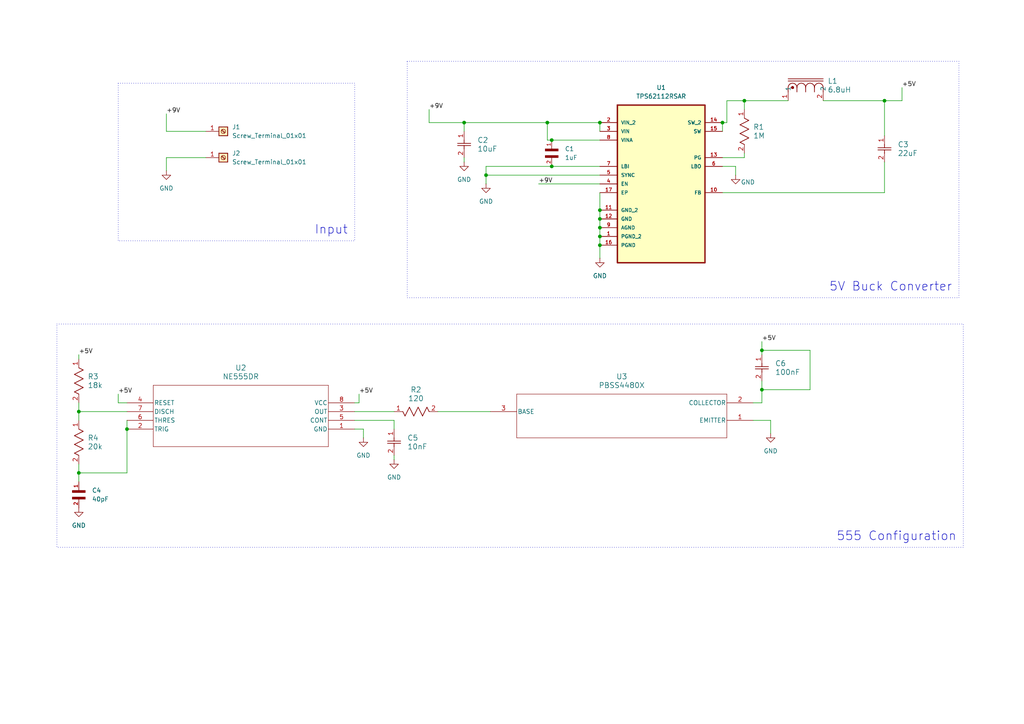
<source format=kicad_sch>
(kicad_sch (version 20231120) (generator "eeschema") (generator_version "8.0")
  (paper "A4")
  (lib_symbols
    (symbol "C3225X5R1E106K250AA:C3225X5R1E106K250AA" (pin_names (offset 0.254))
      (property "Reference" "C" (at 3.81 3.81 0))
      (property "Value" "C3225X5R1E106K250AA" (at 3.81 -3.81 0))
      (symbol "C3225X5R1E106K250AA_1_1"
        (polyline (pts (xy 2.54 0) (xy 3.4798 0)) (stroke (width 0.2032)))
        (polyline (pts (xy 3.4798 -1.905) (xy 3.4798 1.905)) (stroke (width 0.2032)))
        (polyline (pts (xy 4.1148 -1.905) (xy 4.1148 1.905)) (stroke (width 0.2032)))
        (polyline (pts (xy 4.1148 0) (xy 5.08 0)) (stroke (width 0.2032)))
        (pin unspecified line (at 0 0 0) (length 2.54) (name "") (number "1"))
        (pin unspecified line (at 7.62 0 180) (length 2.54) (name "") (number "2"))
      )
      (symbol "C3225X5R1E106K250AA_1_2"
        (polyline (pts (xy -1.905 -4.1148) (xy 1.905 -4.1148)) (stroke (width 0.2032)))
        (polyline (pts (xy -1.905 -3.4798) (xy 1.905 -3.4798)) (stroke (width 0.2032)))
        (polyline (pts (xy 0 -4.1148) (xy 0 -5.08)) (stroke (width 0.2032)))
        (polyline (pts (xy 0 -2.54) (xy 0 -3.4798)) (stroke (width 0.2032)))
        (pin unspecified line (at 0 0 270) (length 2.54) (name "") (number "1"))
        (pin unspecified line (at 0 -7.62 90) (length 2.54) (name "") (number "2"))
      )
    )
    (symbol "C3225X7R1C226M250AC:C3225X7R1C226M250AC" (pin_names (offset 0.254))
      (property "Reference" "C" (at 3.81 3.81 0))
      (property "Value" "C3225X7R1C226M250AC" (at 3.81 -3.81 0))
      (symbol "C3225X7R1C226M250AC_1_1"
        (polyline (pts (xy 2.54 0) (xy 3.4798 0)) (stroke (width 0.2032)))
        (polyline (pts (xy 3.4798 -1.905) (xy 3.4798 1.905)) (stroke (width 0.2032)))
        (polyline (pts (xy 4.1148 -1.905) (xy 4.1148 1.905)) (stroke (width 0.2032)))
        (polyline (pts (xy 4.1148 0) (xy 5.08 0)) (stroke (width 0.2032)))
        (pin unspecified line (at 0 0 0) (length 2.54) (name "") (number "1"))
        (pin unspecified line (at 7.62 0 180) (length 2.54) (name "") (number "2"))
      )
      (symbol "C3225X7R1C226M250AC_1_2"
        (polyline (pts (xy -1.905 -4.1148) (xy 1.905 -4.1148)) (stroke (width 0.2032)))
        (polyline (pts (xy -1.905 -3.4798) (xy 1.905 -3.4798)) (stroke (width 0.2032)))
        (polyline (pts (xy 0 -4.1148) (xy 0 -5.08)) (stroke (width 0.2032)))
        (polyline (pts (xy 0 -2.54) (xy 0 -3.4798)) (stroke (width 0.2032)))
        (pin unspecified line (at 0 0 270) (length 2.54) (name "") (number "1"))
        (pin unspecified line (at 0 -7.62 90) (length 2.54) (name "") (number "2"))
      )
    )
    (symbol "Connector:Screw_Terminal_01x01" (pin_names (offset 1.016) hide)
      (property "Reference" "J" (at 0 2.54 0))
      (property "Value" "Screw_Terminal_01x01" (at 0 -2.54 0))
      (symbol "Screw_Terminal_01x01_1_1"
        (rectangle (start -1.27 1.27) (end 1.27 -1.27) (stroke (width 0.254)) (fill (type background)))
        (polyline (pts (xy -0.5334 0.3302) (xy 0.3302 -0.508)) (stroke (width 0.1524)))
        (polyline (pts (xy -0.3556 0.508) (xy 0.508 -0.3302)) (stroke (width 0.1524)))
        (circle (center 0 0) (radius 0.635) (stroke (width 0.1524)))
        (pin passive line (at -5.08 0 0) (length 3.81) (name "Pin_1") (number "1"))
      )
    )
    (symbol "DR125_6R8_R:DR125-6R8-R" (pin_names (offset 0.254))
      (property "Reference" "L" (at 7.62 -1.27 0))
      (property "Value" "DR125-6R8-R" (at 7.62 -4.445 0))
      (symbol "DR125-6R8-R_1_1"
        (polyline (pts (xy 2.54 -10.16) (xy 3.81 -10.16)) (stroke (width 0.2032)))
        (polyline (pts (xy 2.54 -7.62) (xy 3.81 -7.62)) (stroke (width 0.2032)))
        (polyline (pts (xy 2.54 -5.08) (xy 3.81 -5.08)) (stroke (width 0.2032)))
        (polyline (pts (xy 2.54 -2.54) (xy 3.81 -2.54)) (stroke (width 0.2032)))
        (polyline (pts (xy 2.54 0) (xy 3.81 0)) (stroke (width 0.2032)))
        (polyline (pts (xy 3.683 -1.27) (xy 3.81 -1.27)) (stroke (width 0.508)))
        (polyline (pts (xy 5.715 0) (xy 5.715 -10.16)) (stroke (width 0.2032)))
        (polyline (pts (xy 6.35 0) (xy 6.35 -10.16)) (stroke (width 0.2032)))
        (arc (start 3.81 -10.16) (mid 5.0744 -8.89) (end 3.81 -7.62) (stroke (width 0.2032)))
        (arc (start 3.81 -7.62) (mid 5.0744 -6.35) (end 3.81 -5.08) (stroke (width 0.2032)))
        (arc (start 3.81 -5.08) (mid 5.0744 -3.81) (end 3.81 -2.54) (stroke (width 0.2032)))
        (arc (start 3.81 -2.54) (mid 5.0744 -1.27) (end 3.81 0) (stroke (width 0.2032)))
        (arc (start 3.81 -1.524) (mid 4.0628 -1.27) (end 3.81 -1.016) (stroke (width 0.254)))
        (arc (start 3.81 -1.524) (mid 4.0628 -1.27) (end 3.81 -1.016) (stroke (width 0.254)))
        (arc (start 3.81 -1.524) (mid 4.0628 -1.27) (end 3.81 -1.016) (stroke (width 0.254)))
        (arc (start 3.81 -1.524) (mid 4.0628 -1.27) (end 3.81 -1.016) (stroke (width 0.254)))
        (arc (start 3.81 -1.524) (mid 4.0628 -1.27) (end 3.81 -1.016) (stroke (width 0.254)))
        (arc (start 3.81 -1.524) (mid 4.0628 -1.27) (end 3.81 -1.016) (stroke (width 0.254)))
        (arc (start 3.81 -1.524) (mid 4.0628 -1.27) (end 3.81 -1.016) (stroke (width 0.254)))
        (arc (start 3.81 -1.016) (mid 3.5571 -1.27) (end 3.81 -1.524) (stroke (width 0.254)))
        (arc (start 3.81 -1.016) (mid 3.5571 -1.27) (end 3.81 -1.524) (stroke (width 0.254)))
        (arc (start 3.81 -1.016) (mid 3.5571 -1.27) (end 3.81 -1.524) (stroke (width 0.254)))
        (arc (start 3.81 -1.016) (mid 3.5571 -1.27) (end 3.81 -1.524) (stroke (width 0.254)))
        (arc (start 3.81 -1.016) (mid 3.5571 -1.27) (end 3.81 -1.524) (stroke (width 0.254)))
        (arc (start 3.81 -1.016) (mid 3.5571 -1.27) (end 3.81 -1.524) (stroke (width 0.254)))
        (arc (start 3.81 -1.016) (mid 3.5571 -1.27) (end 3.81 -1.524) (stroke (width 0.254)))
        (pin unspecified line (at 0 0 0) (length 2.54) (name "1") (number "1"))
        (pin unspecified line (at 0 -10.16 0) (length 2.54) (name "2") (number "2"))
      )
    )
    (symbol "ERA_3AEB121V:ERA-3AEB121V" (pin_names (offset 0.254))
      (property "Reference" "R" (at 5.715 3.81 0))
      (property "Value" "ERA-3AEB121V" (at 6.35 -3.81 0))
      (symbol "ERA-3AEB121V_1_1"
        (polyline (pts (xy 2.54 0) (xy 3.175 1.27)) (stroke (width 0.2032)))
        (polyline (pts (xy 3.175 1.27) (xy 4.445 -1.27)) (stroke (width 0.2032)))
        (polyline (pts (xy 4.445 -1.27) (xy 5.715 1.27)) (stroke (width 0.2032)))
        (polyline (pts (xy 5.715 1.27) (xy 6.985 -1.27)) (stroke (width 0.2032)))
        (polyline (pts (xy 6.985 -1.27) (xy 8.255 1.27)) (stroke (width 0.2032)))
        (polyline (pts (xy 8.255 1.27) (xy 9.525 -1.27)) (stroke (width 0.2032)))
        (polyline (pts (xy 9.525 -1.27) (xy 10.16 0)) (stroke (width 0.2032)))
        (pin unspecified line (at 12.7 0 180) (length 2.54) (name "") (number "1"))
        (pin unspecified line (at 0 0 0) (length 2.54) (name "") (number "2"))
      )
      (symbol "ERA-3AEB121V_1_2"
        (polyline (pts (xy -1.27 3.175) (xy 1.27 4.445)) (stroke (width 0.2032)))
        (polyline (pts (xy -1.27 5.715) (xy 1.27 6.985)) (stroke (width 0.2032)))
        (polyline (pts (xy -1.27 8.255) (xy 1.27 9.525)) (stroke (width 0.2032)))
        (polyline (pts (xy 0 2.54) (xy -1.27 3.175)) (stroke (width 0.2032)))
        (polyline (pts (xy 1.27 4.445) (xy -1.27 5.715)) (stroke (width 0.2032)))
        (polyline (pts (xy 1.27 6.985) (xy -1.27 8.255)) (stroke (width 0.2032)))
        (polyline (pts (xy 1.27 9.525) (xy 0 10.16)) (stroke (width 0.2032)))
        (pin unspecified line (at 0 12.7 270) (length 2.54) (name "") (number "1"))
        (pin unspecified line (at 0 0 90) (length 2.54) (name "") (number "2"))
      )
    )
    (symbol "GRM0335C1H390JA01D:GRM0335C1H390JA01D" (pin_names (offset 1.016))
      (property "Reference" "C" (at 0 3.8109 0))
      (property "Value" "GRM0335C1H390JA01D" (at 0 -5.0885 0))
      (symbol "GRM0335C1H390JA01D_0_0"
        (rectangle (start 0 -1.9069) (end 0.635 1.905) (stroke (width 0.1)) (fill (type outline)))
        (rectangle (start 1.9069 -1.9069) (end 2.54 1.905) (stroke (width 0.1)) (fill (type outline)))
        (pin passive line (at -2.54 0 0) (length 2.54) (name "~") (number "1"))
        (pin passive line (at 5.08 0 180) (length 2.54) (name "~") (number "2"))
      )
    )
    (symbol "GRM033R60J104KE19D:GRM033R60J104KE19D" (pin_names (offset 0.254))
      (property "Reference" "C" (at 3.81 3.81 0))
      (property "Value" "GRM033R60J104KE19D" (at 3.81 -3.81 0))
      (symbol "GRM033R60J104KE19D_1_1"
        (polyline (pts (xy 2.54 0) (xy 3.4798 0)) (stroke (width 0.2032)))
        (polyline (pts (xy 3.4798 -1.905) (xy 3.4798 1.905)) (stroke (width 0.2032)))
        (polyline (pts (xy 4.1148 -1.905) (xy 4.1148 1.905)) (stroke (width 0.2032)))
        (polyline (pts (xy 4.1148 0) (xy 5.08 0)) (stroke (width 0.2032)))
        (pin unspecified line (at 0 0 0) (length 2.54) (name "") (number "1"))
        (pin unspecified line (at 7.62 0 180) (length 2.54) (name "") (number "2"))
      )
      (symbol "GRM033R60J104KE19D_1_2"
        (polyline (pts (xy -1.905 -4.1148) (xy 1.905 -4.1148)) (stroke (width 0.2032)))
        (polyline (pts (xy -1.905 -3.4798) (xy 1.905 -3.4798)) (stroke (width 0.2032)))
        (polyline (pts (xy 0 -4.1148) (xy 0 -5.08)) (stroke (width 0.2032)))
        (polyline (pts (xy 0 -2.54) (xy 0 -3.4798)) (stroke (width 0.2032)))
        (pin unspecified line (at 0 0 270) (length 2.54) (name "") (number "1"))
        (pin unspecified line (at 0 -7.62 90) (length 2.54) (name "") (number "2"))
      )
    )
    (symbol "GRM155R71C103KA01D:GRM155R71C103KA01D" (pin_names (offset 0.254))
      (property "Reference" "C" (at 3.81 3.81 0))
      (property "Value" "GRM155R71C103KA01D" (at 3.81 -3.81 0))
      (symbol "GRM155R71C103KA01D_1_1"
        (polyline (pts (xy 2.54 0) (xy 3.4798 0)) (stroke (width 0.2032)))
        (polyline (pts (xy 3.4798 -1.905) (xy 3.4798 1.905)) (stroke (width 0.2032)))
        (polyline (pts (xy 4.1148 -1.905) (xy 4.1148 1.905)) (stroke (width 0.2032)))
        (polyline (pts (xy 4.1148 0) (xy 5.08 0)) (stroke (width 0.2032)))
        (pin unspecified line (at 0 0 0) (length 2.54) (name "") (number "1"))
        (pin unspecified line (at 7.62 0 180) (length 2.54) (name "") (number "2"))
      )
      (symbol "GRM155R71C103KA01D_1_2"
        (polyline (pts (xy -1.905 -4.1148) (xy 1.905 -4.1148)) (stroke (width 0.2032)))
        (polyline (pts (xy -1.905 -3.4798) (xy 1.905 -3.4798)) (stroke (width 0.2032)))
        (polyline (pts (xy 0 -4.1148) (xy 0 -5.08)) (stroke (width 0.2032)))
        (polyline (pts (xy 0 -2.54) (xy 0 -3.4798)) (stroke (width 0.2032)))
        (pin unspecified line (at 0 0 270) (length 2.54) (name "") (number "1"))
        (pin unspecified line (at 0 -7.62 90) (length 2.54) (name "") (number "2"))
      )
    )
    (symbol "RC0402FR_0720KL:RC0402FR-0720KL" (pin_names (offset 0.254))
      (property "Reference" "R" (at 5.715 3.81 0))
      (property "Value" "RC0402FR-0720KL" (at 6.35 -3.81 0))
      (symbol "RC0402FR-0720KL_1_1"
        (polyline (pts (xy 2.54 0) (xy 3.175 1.27)) (stroke (width 0.2032)))
        (polyline (pts (xy 3.175 1.27) (xy 4.445 -1.27)) (stroke (width 0.2032)))
        (polyline (pts (xy 4.445 -1.27) (xy 5.715 1.27)) (stroke (width 0.2032)))
        (polyline (pts (xy 5.715 1.27) (xy 6.985 -1.27)) (stroke (width 0.2032)))
        (polyline (pts (xy 6.985 -1.27) (xy 8.255 1.27)) (stroke (width 0.2032)))
        (polyline (pts (xy 8.255 1.27) (xy 9.525 -1.27)) (stroke (width 0.2032)))
        (polyline (pts (xy 9.525 -1.27) (xy 10.16 0)) (stroke (width 0.2032)))
        (pin unspecified line (at 12.7 0 180) (length 2.54) (name "") (number "1"))
        (pin unspecified line (at 0 0 0) (length 2.54) (name "") (number "2"))
      )
      (symbol "RC0402FR-0720KL_1_2"
        (polyline (pts (xy -1.27 3.175) (xy 1.27 4.445)) (stroke (width 0.2032)))
        (polyline (pts (xy -1.27 5.715) (xy 1.27 6.985)) (stroke (width 0.2032)))
        (polyline (pts (xy -1.27 8.255) (xy 1.27 9.525)) (stroke (width 0.2032)))
        (polyline (pts (xy 0 2.54) (xy -1.27 3.175)) (stroke (width 0.2032)))
        (polyline (pts (xy 1.27 4.445) (xy -1.27 5.715)) (stroke (width 0.2032)))
        (polyline (pts (xy 1.27 6.985) (xy -1.27 8.255)) (stroke (width 0.2032)))
        (polyline (pts (xy 1.27 9.525) (xy 0 10.16)) (stroke (width 0.2032)))
        (pin unspecified line (at 0 12.7 270) (length 2.54) (name "") (number "1"))
        (pin unspecified line (at 0 0 90) (length 2.54) (name "") (number "2"))
      )
    )
    (symbol "RC0603FR_071ML:RC0603FR-071ML" (pin_names (offset 0.254))
      (property "Reference" "R" (at 5.715 3.81 0))
      (property "Value" "RC0603FR-071ML" (at 6.35 -3.81 0))
      (symbol "RC0603FR-071ML_1_1"
        (polyline (pts (xy 2.54 0) (xy 3.175 1.27)) (stroke (width 0.2032)))
        (polyline (pts (xy 3.175 1.27) (xy 4.445 -1.27)) (stroke (width 0.2032)))
        (polyline (pts (xy 4.445 -1.27) (xy 5.715 1.27)) (stroke (width 0.2032)))
        (polyline (pts (xy 5.715 1.27) (xy 6.985 -1.27)) (stroke (width 0.2032)))
        (polyline (pts (xy 6.985 -1.27) (xy 8.255 1.27)) (stroke (width 0.2032)))
        (polyline (pts (xy 8.255 1.27) (xy 9.525 -1.27)) (stroke (width 0.2032)))
        (polyline (pts (xy 9.525 -1.27) (xy 10.16 0)) (stroke (width 0.2032)))
        (pin unspecified line (at 0 0 0) (length 2.54) (name "") (number "1"))
        (pin unspecified line (at 12.7 0 180) (length 2.54) (name "") (number "2"))
      )
      (symbol "RC0603FR-071ML_1_2"
        (polyline (pts (xy -1.27 3.175) (xy 1.27 4.445)) (stroke (width 0.2032)))
        (polyline (pts (xy -1.27 5.715) (xy 1.27 6.985)) (stroke (width 0.2032)))
        (polyline (pts (xy -1.27 8.255) (xy 1.27 9.525)) (stroke (width 0.2032)))
        (polyline (pts (xy 0 2.54) (xy -1.27 3.175)) (stroke (width 0.2032)))
        (polyline (pts (xy 1.27 4.445) (xy -1.27 5.715)) (stroke (width 0.2032)))
        (polyline (pts (xy 1.27 6.985) (xy -1.27 8.255)) (stroke (width 0.2032)))
        (polyline (pts (xy 1.27 9.525) (xy 0 10.16)) (stroke (width 0.2032)))
        (pin unspecified line (at 0 12.7 270) (length 2.54) (name "") (number "1"))
        (pin unspecified line (at 0 0 90) (length 2.54) (name "") (number "2"))
      )
    )
    (symbol "RC0603JR_0718KL:RC0603JR-0718KL" (pin_names (offset 0.254))
      (property "Reference" "R" (at 5.715 3.81 0))
      (property "Value" "RC0603JR-0718KL" (at 6.35 -3.81 0))
      (symbol "RC0603JR-0718KL_1_1"
        (polyline (pts (xy 2.54 0) (xy 3.175 1.27)) (stroke (width 0.2032)))
        (polyline (pts (xy 3.175 1.27) (xy 4.445 -1.27)) (stroke (width 0.2032)))
        (polyline (pts (xy 4.445 -1.27) (xy 5.715 1.27)) (stroke (width 0.2032)))
        (polyline (pts (xy 5.715 1.27) (xy 6.985 -1.27)) (stroke (width 0.2032)))
        (polyline (pts (xy 6.985 -1.27) (xy 8.255 1.27)) (stroke (width 0.2032)))
        (polyline (pts (xy 8.255 1.27) (xy 9.525 -1.27)) (stroke (width 0.2032)))
        (polyline (pts (xy 9.525 -1.27) (xy 10.16 0)) (stroke (width 0.2032)))
        (pin unspecified line (at 12.7 0 180) (length 2.54) (name "") (number "1"))
        (pin unspecified line (at 0 0 0) (length 2.54) (name "") (number "2"))
      )
      (symbol "RC0603JR-0718KL_1_2"
        (polyline (pts (xy -1.27 3.175) (xy 1.27 4.445)) (stroke (width 0.2032)))
        (polyline (pts (xy -1.27 5.715) (xy 1.27 6.985)) (stroke (width 0.2032)))
        (polyline (pts (xy -1.27 8.255) (xy 1.27 9.525)) (stroke (width 0.2032)))
        (polyline (pts (xy 0 2.54) (xy -1.27 3.175)) (stroke (width 0.2032)))
        (polyline (pts (xy 1.27 4.445) (xy -1.27 5.715)) (stroke (width 0.2032)))
        (polyline (pts (xy 1.27 6.985) (xy -1.27 8.255)) (stroke (width 0.2032)))
        (polyline (pts (xy 1.27 9.525) (xy 0 10.16)) (stroke (width 0.2032)))
        (pin unspecified line (at 0 12.7 270) (length 2.54) (name "") (number "1"))
        (pin unspecified line (at 0 0 90) (length 2.54) (name "") (number "2"))
      )
    )
    (symbol "TMK212B7105KG-T:TMK212B7105KG-T" (pin_names (offset 1.016))
      (property "Reference" "C" (at 0 3.8109 0))
      (property "Value" "TMK212B7105KG-T" (at 0 -5.0885 0))
      (symbol "TMK212B7105KG-T_0_0"
        (rectangle (start 0 -1.9069) (end 0.635 1.905) (stroke (width 0.1)) (fill (type outline)))
        (rectangle (start 1.9069 -1.9069) (end 2.54 1.905) (stroke (width 0.1)) (fill (type outline)))
        (pin passive line (at -2.54 0 0) (length 2.54) (name "~") (number "1"))
        (pin passive line (at 5.08 0 180) (length 2.54) (name "~") (number "2"))
      )
    )
    (symbol "TPS62112RSAR:TPS62112RSAR" (pin_names (offset 1.016))
      (property "Reference" "U1" (at 0 25.4 0))
      (property "Value" "TPS62112RSAR" (at 0 22.86 0))
      (symbol "TPS62112RSAR_0_0"
        (rectangle (start -12.7 -25.4) (end 12.7 20.32) (stroke (width 0.4064)) (fill (type background)))
        (pin passive line (at -17.78 -17.78 0) (length 5.08) (name "PGND_2") (number "1"))
        (pin input line (at 17.78 -5.08 180) (length 5.08) (name "FB") (number "10"))
        (pin passive line (at -17.78 -10.16 0) (length 5.08) (name "GND_2") (number "11"))
        (pin passive line (at -17.78 -12.7 0) (length 5.08) (name "GND") (number "12"))
        (pin output line (at 17.78 5.08 180) (length 5.08) (name "PG") (number "13"))
        (pin output line (at 17.78 15.24 180) (length 5.08) (name "SW_2") (number "14"))
        (pin output line (at 17.78 12.7 180) (length 5.08) (name "SW") (number "15"))
        (pin passive line (at -17.78 -20.32 0) (length 5.08) (name "PGND") (number "16"))
        (pin passive line (at -17.78 -5.08 0) (length 5.08) (name "EP") (number "17"))
        (pin power_in line (at -17.78 15.24 0) (length 5.08) (name "VIN_2") (number "2"))
        (pin power_in line (at -17.78 12.7 0) (length 5.08) (name "VIN") (number "3"))
        (pin input line (at -17.78 -2.54 0) (length 5.08) (name "EN") (number "4"))
        (pin input line (at -17.78 0 0) (length 5.08) (name "SYNC") (number "5"))
        (pin output line (at 17.78 2.54 180) (length 5.08) (name "LBO") (number "6"))
        (pin input line (at -17.78 2.54 0) (length 5.08) (name "LBI") (number "7"))
        (pin power_in line (at -17.78 10.16 0) (length 5.08) (name "VINA") (number "8"))
        (pin passive line (at -17.78 -15.24 0) (length 5.08) (name "AGND") (number "9"))
      )
    )
    (symbol "power:GND" (power) (pin_numbers hide) (pin_names (offset 0) hide)
      (property "Value" "GND" (at 0 -3.81 0))
      (symbol "GND_0_1"
        (polyline (pts (xy 0 0) (xy 0 -1.27) (xy 1.27 -1.27) (xy 0 -2.54) (xy -1.27 -1.27) (xy 0 -1.27)))
      )
      (symbol "GND_1_1"
        (pin power_in line (at 0 0 270) (length 0) (name "~") (number "1"))
      )
    )
    (symbol "ul_NE555DR:NE555DR" (pin_names (offset 0.254))
      (property "Reference" "U2" (at 33.02 10.16 0))
      (property "Value" "NE555DR" (at 33.02 7.62 0))
      (symbol "NE555DR_0_1"
        (polyline (pts (xy 7.62 -12.7) (xy 58.42 -12.7)) (stroke (width 0.127)))
        (polyline (pts (xy 7.62 5.08) (xy 7.62 -12.7)) (stroke (width 0.127)))
        (polyline (pts (xy 58.42 -12.7) (xy 58.42 5.08)) (stroke (width 0.127)))
        (polyline (pts (xy 58.42 5.08) (xy 7.62 5.08)) (stroke (width 0.127)))
        (pin power_in line (at 66.04 -7.62 180) (length 7.62) (name "GND") (number "1"))
        (pin input line (at 0 -7.62 0) (length 7.62) (name "TRIG") (number "2"))
        (pin output line (at 66.04 -2.54 180) (length 7.62) (name "OUT") (number "3"))
        (pin input line (at 0 0 0) (length 7.62) (name "RESET") (number "4"))
        (pin unspecified line (at 66.04 -5.08 180) (length 7.62) (name "CONT") (number "5"))
        (pin input line (at 0 -5.08 0) (length 7.62) (name "THRES") (number "6"))
        (pin unspecified line (at 0 -2.54 0) (length 7.62) (name "DISCH") (number "7"))
        (pin power_in line (at 66.04 0 180) (length 7.62) (name "VCC") (number "8"))
      )
    )
    (symbol "ul_PBSS4480X:PBSS4480X" (pin_names (offset 0.254))
      (property "Reference" "U3" (at 38.1 10.16 0))
      (property "Value" "PBSS4480X" (at 38.1 7.62 0))
      (symbol "PBSS4480X_0_1"
        (polyline (pts (xy 7.62 -7.62) (xy 68.58 -7.62)) (stroke (width 0.127)))
        (polyline (pts (xy 7.62 5.08) (xy 7.62 -7.62)) (stroke (width 0.127)))
        (polyline (pts (xy 68.58 -7.62) (xy 68.58 5.08)) (stroke (width 0.127)))
        (polyline (pts (xy 68.58 5.08) (xy 7.62 5.08)) (stroke (width 0.127)))
        (pin unspecified line (at 0 -2.54 0) (length 7.62) (name "EMITTER") (number "1"))
        (pin unspecified line (at 0 2.54 0) (length 7.62) (name "COLLECTOR") (number "2"))
        (pin unspecified line (at 76.2 0 180) (length 7.62) (name "BASE") (number "3"))
      )
    )
  )
  (junction (at 134.62 35.56))
  (junction (at 173.99 35.56))
  (junction (at 22.86 137.16))
  (junction (at 140.97 50.8))
  (junction (at 173.99 68.58))
  (junction (at 160.02 48.26))
  (junction (at 173.99 71.12))
  (junction (at 22.86 119.38))
  (junction (at 209.55 35.56))
  (junction (at 173.99 60.96))
  (junction (at 256.54 29.21))
  (junction (at 220.98 101.6))
  (junction (at 173.99 66.04))
  (junction (at 173.99 63.5))
  (junction (at 158.75 35.56))
  (junction (at 215.9 29.21))
  (junction (at 160.02 40.64))
  (junction (at 36.83 124.46))
  (junction (at 220.98 113.03))
  (wire (pts (xy 173.99 66.04) (xy 173.99 68.58)))
  (wire (pts (xy 234.95 101.6) (xy 234.95 113.03)))
  (wire (pts (xy 22.86 102.87) (xy 22.86 104.14)))
  (wire (pts (xy 114.3 124.46) (xy 114.3 121.92)))
  (wire (pts (xy 220.98 116.84) (xy 220.98 113.03)))
  (wire (pts (xy 124.46 31.75) (xy 124.46 35.56)))
  (wire (pts (xy 220.98 101.6) (xy 220.98 102.87)))
  (wire (pts (xy 104.14 116.84) (xy 104.14 114.3)))
  (wire (pts (xy 220.98 99.06) (xy 220.98 101.6)))
  (wire (pts (xy 220.98 101.6) (xy 234.95 101.6)))
  (wire (pts (xy 209.55 35.56) (xy 209.55 38.1)))
  (wire (pts (xy 215.9 45.72) (xy 215.9 44.45)))
  (wire (pts (xy 59.69 45.72) (xy 48.26 45.72)))
  (wire (pts (xy 173.99 40.64) (xy 160.02 40.64)))
  (wire (pts (xy 220.98 110.49) (xy 220.98 113.03)))
  (wire (pts (xy 140.97 50.8) (xy 173.99 50.8)))
  (wire (pts (xy 160.02 48.26) (xy 140.97 48.26)))
  (wire (pts (xy 218.44 116.84) (xy 220.98 116.84)))
  (wire (pts (xy 173.99 71.12) (xy 173.99 74.93)))
  (wire (pts (xy 140.97 53.34) (xy 140.97 50.8)))
  (wire (pts (xy 22.86 116.84) (xy 22.86 119.38)))
  (wire (pts (xy 105.41 124.46) (xy 105.41 127)))
  (wire (pts (xy 158.75 40.64) (xy 158.75 35.56)))
  (wire (pts (xy 48.26 38.1) (xy 48.26 33.02)))
  (wire (pts (xy 105.41 124.46) (xy 102.87 124.46)))
  (wire (pts (xy 22.86 137.16) (xy 36.83 137.16)))
  (wire (pts (xy 223.52 121.92) (xy 223.52 125.73)))
  (wire (pts (xy 210.82 35.56) (xy 209.55 35.56)))
  (wire (pts (xy 127 119.38) (xy 142.24 119.38)))
  (wire (pts (xy 215.9 29.21) (xy 228.6 29.21)))
  (wire (pts (xy 173.99 35.56) (xy 173.99 38.1)))
  (wire (pts (xy 22.86 134.62) (xy 22.86 137.16)))
  (wire (pts (xy 256.54 55.88) (xy 256.54 46.99)))
  (wire (pts (xy 124.46 35.56) (xy 134.62 35.56)))
  (wire (pts (xy 59.69 38.1) (xy 48.26 38.1)))
  (wire (pts (xy 256.54 39.37) (xy 256.54 29.21)))
  (wire (pts (xy 102.87 119.38) (xy 114.3 119.38)))
  (wire (pts (xy 209.55 55.88) (xy 256.54 55.88)))
  (wire (pts (xy 36.83 119.38) (xy 22.86 119.38)))
  (wire (pts (xy 261.62 25.4) (xy 261.62 29.21)))
  (wire (pts (xy 158.75 35.56) (xy 173.99 35.56)))
  (wire (pts (xy 22.86 119.38) (xy 22.86 121.92)))
  (wire (pts (xy 218.44 121.92) (xy 223.52 121.92)))
  (wire (pts (xy 36.83 137.16) (xy 36.83 124.46)))
  (wire (pts (xy 210.82 29.21) (xy 210.82 35.56)))
  (wire (pts (xy 22.86 139.7) (xy 22.86 137.16)))
  (wire (pts (xy 210.82 29.21) (xy 215.9 29.21)))
  (wire (pts (xy 213.36 48.26) (xy 213.36 50.8)))
  (wire (pts (xy 209.55 48.26) (xy 213.36 48.26)))
  (wire (pts (xy 102.87 116.84) (xy 104.14 116.84)))
  (wire (pts (xy 102.87 121.92) (xy 114.3 121.92)))
  (wire (pts (xy 48.26 45.72) (xy 48.26 49.53)))
  (wire (pts (xy 173.99 48.26) (xy 160.02 48.26)))
  (wire (pts (xy 160.02 40.64) (xy 158.75 40.64)))
  (wire (pts (xy 209.55 45.72) (xy 215.9 45.72)))
  (wire (pts (xy 134.62 46.99) (xy 134.62 45.72)))
  (wire (pts (xy 173.99 55.88) (xy 173.99 60.96)))
  (wire (pts (xy 114.3 132.08) (xy 114.3 133.35)))
  (wire (pts (xy 173.99 60.96) (xy 173.99 63.5)))
  (wire (pts (xy 215.9 29.21) (xy 215.9 31.75)))
  (wire (pts (xy 134.62 35.56) (xy 158.75 35.56)))
  (wire (pts (xy 261.62 29.21) (xy 256.54 29.21)))
  (wire (pts (xy 256.54 29.21) (xy 238.76 29.21)))
  (wire (pts (xy 220.98 113.03) (xy 234.95 113.03)))
  (wire (pts (xy 36.83 116.84) (xy 34.29 116.84)))
  (wire (pts (xy 34.29 116.84) (xy 34.29 114.3)))
  (wire (pts (xy 134.62 35.56) (xy 134.62 38.1)))
  (wire (pts (xy 173.99 53.34) (xy 156.21 53.34)))
  (wire (pts (xy 36.83 121.92) (xy 36.83 124.46)))
  (wire (pts (xy 173.99 63.5) (xy 173.99 66.04)))
  (wire (pts (xy 173.99 68.58) (xy 173.99 71.12)))
  (wire (pts (xy 140.97 48.26) (xy 140.97 50.8)))
  (text_box "Input" (at 34.29 24.13 0) (size 68.58 45.72) (stroke (width 0) (type dot)) (effects (font (size 2.54 2.54)) (justify right bottom)))
  (text_box "555 Configuration" (at 16.51 93.98 0) (size 262.89 64.77) (stroke (width 0) (type dot)) (effects (font (size 2.54 2.54)) (justify right bottom)))
  (text_box "5V Buck Converter" (at 118.11 17.78 0) (size 160.02 68.58) (stroke (width 0) (type dot)) (effects (font (size 2.54 2.54)) (justify right bottom)))
  (label "+9V" (at 124.46 31.75 0))
  (label "+5V" (at 220.98 99.06 0))
  (label "+9V" (at 48.26 33.02 0))
  (label "+5V" (at 22.86 102.87 0))
  (label "+5V" (at 261.62 25.4 0))
  (label "+5V" (at 104.14 114.3 0))
  (label "+5V" (at 34.29 114.3 0))
  (label "+9V" (at 156.21 53.34 0))
  (symbol (lib_id "C3225X5R1E106K250AA:C3225X5R1E106K250AA") (at 134.62 38.1 270) (unit 1)
    (property "Reference" "C2" (at 138.43 40.6399 90) (effects (font (size 1.524 1.524)) (justify left)))
    (property "Value" "10uF" (at 138.43 43.1799 90) (effects (font (size 1.524 1.524)) (justify left)))
    (property "Footprint" "wireless-power-footprints:CAP_C3225-250_TDK" (effects (hide yes)))
    (property "Datasheet" "C3225X5R1E106K250AA" (effects (hide yes)))
  )
  (symbol (lib_id "GRM033R60J104KE19D:GRM033R60J104KE19D") (at 220.98 102.87 270) (unit 1)
    (property "Reference" "C6" (at 224.79 105.4099 90) (effects (font (size 1.524 1.524)) (justify left)))
    (property "Value" "100nF" (at 224.79 107.9499 90) (effects (font (size 1.524 1.524)) (justify left)))
    (property "Footprint" "wireless-power-footprints:G-033_MUR" (effects (hide yes)))
    (property "Datasheet" "GRM033R60J104KE19D" (effects (hide yes)))
  )
  (symbol (lib_id "GRM155R71C103KA01D:GRM155R71C103KA01D") (at 114.3 124.46 270) (unit 1)
    (property "Reference" "C5" (at 118.11 126.9999 90) (effects (font (size 1.524 1.524)) (justify left)))
    (property "Value" "10nF" (at 118.11 129.5399 90) (effects (font (size 1.524 1.524)) (justify left)))
    (property "Footprint" "wireless-power-footprints:G-155_MUR" (effects (hide yes)))
    (property "Datasheet" "GRM155R71C103KA01D" (effects (hide yes)))
  )
  (symbol (lib_id "TPS62112RSAR:TPS62112RSAR") (at 191.77 50.8 0) (unit 1)
    (property "Reference" "U1" (at 191.77 25.4 0))
    (property "Value" "TPS62112RSAR" (at 191.77 27.94 0))
    (property "Footprint" "wireless-power-footprints:QFN65P400X400X100-17N" (effects (hide yes)))
    (property "SUPPLIER" "Texas Instruments" (effects (hide yes)))
    (property "OC_FARNELL" "2131639" (effects (hide yes)))
    (property "OC_NEWARK" "54K1741" (effects (hide yes)))
    (property "MPN" "TPS62112RSAR" (effects (hide yes)))
    (property "PACKAGE" "QFN-16" (effects (hide yes)))
  )
  (symbol (lib_id "power:GND") (at 114.3 133.35 0) (unit 1)
    (property "Reference" "#PWR08" (effects (hide yes)))
    (property "Value" "GND" (at 114.3 138.43 0))
    (property "Description" "Power symbol creates a global label with name \"GND\" , ground" (effects (hide yes)))
  )
  (symbol (lib_id "power:GND") (at 213.36 50.8 0) (unit 1)
    (property "Reference" "#PWR03" (effects (hide yes)))
    (property "Value" "GND" (at 216.916 52.832 0))
    (property "Description" "Power symbol creates a global label with name \"GND\" , ground" (effects (hide yes)))
  )
  (symbol (lib_id "C3225X7R1C226M250AC:C3225X7R1C226M250AC") (at 256.54 39.37 270) (unit 1)
    (property "Reference" "C3" (at 260.35 41.9099 90) (effects (font (size 1.524 1.524)) (justify left)))
    (property "Value" "22uF" (at 260.35 44.4499 90) (effects (font (size 1.524 1.524)) (justify left)))
    (property "Footprint" "wireless-power-footprints:CAP_C3225-250_TDK" (effects (hide yes)))
    (property "Datasheet" "C3225X7R1C226M250AC" (effects (hide yes)))
  )
  (symbol (lib_id "power:GND") (at 48.26 49.53 0) (unit 1)
    (property "Reference" "#PWR09" (effects (hide yes)))
    (property "Value" "GND" (at 48.26 54.61 0))
    (property "Description" "Power symbol creates a global label with name \"GND\" , ground" (effects (hide yes)))
  )
  (symbol (lib_id "ERA_3AEB121V:ERA-3AEB121V") (at 127 119.38 0) (mirror y) (unit 1)
    (property "Reference" "R2" (at 120.65 113.03 0) (effects (font (size 1.524 1.524))))
    (property "Value" "120" (at 120.65 115.57 0) (effects (font (size 1.524 1.524))))
    (property "Footprint" "wireless-power-footprints:RC0603N_PAN" (effects (hide yes)))
    (property "Datasheet" "ERA-3AEB121V" (effects (hide yes)))
  )
  (symbol (lib_id "TMK212B7105KG-T:TMK212B7105KG-T") (at 160.02 43.18 270) (unit 1)
    (property "Reference" "C1" (at 163.83 43.1799 90) (effects (justify left)))
    (property "Value" "1uF" (at 163.83 45.7199 90) (effects (justify left)))
    (property "Footprint" "wireless-power-footprints:CAPC2012X135N" (effects (hide yes)))
  )
  (symbol (lib_id "power:GND") (at 173.99 74.93 0) (unit 1)
    (property "Reference" "#PWR01" (effects (hide yes)))
    (property "Value" "GND" (at 173.99 80.01 0))
    (property "Description" "Power symbol creates a global label with name \"GND\" , ground" (effects (hide yes)))
  )
  (symbol (lib_id "ul_PBSS4480X:PBSS4480X") (at 218.44 119.38 0) (mirror y) (unit 1)
    (property "Reference" "U3" (at 180.34 109.22 0) (effects (font (size 1.524 1.524))))
    (property "Value" "PBSS4480X" (at 180.34 111.76 0) (effects (font (size 1.524 1.524))))
    (property "Footprint" "wireless-power-footprints:SOT89_NXP" (effects (hide yes)))
    (property "Datasheet" "PBSS4480X" (effects (hide yes)))
  )
  (symbol (lib_id "DR125_6R8_R:DR125-6R8-R") (at 228.6 29.21 90) (unit 1)
    (property "Reference" "L1" (at 240.03 23.4949 90) (effects (font (size 1.524 1.524)) (justify right)))
    (property "Value" "6.8uH" (at 240.03 26.0349 90) (effects (font (size 1.524 1.524)) (justify right)))
    (property "Footprint" "wireless-power-footprints:DR125" (effects (hide yes)))
    (property "Datasheet" "DR125-6R8-R" (effects (hide yes)))
  )
  (symbol (lib_id "power:GND") (at 223.52 125.73 0) (unit 1)
    (property "Reference" "#PWR05" (effects (hide yes)))
    (property "Value" "GND" (at 223.52 130.81 0))
    (property "Description" "Power symbol creates a global label with name \"GND\" , ground" (effects (hide yes)))
  )
  (symbol (lib_id "power:GND") (at 140.97 53.34 0) (unit 1)
    (property "Reference" "#PWR02" (effects (hide yes)))
    (property "Value" "GND" (at 140.97 58.42 0))
    (property "Description" "Power symbol creates a global label with name \"GND\" , ground" (effects (hide yes)))
  )
  (symbol (lib_id "RC0603JR_0718KL:RC0603JR-0718KL") (at 22.86 116.84 90) (unit 1)
    (property "Reference" "R3" (at 25.4 109.2199 90) (effects (font (size 1.524 1.524)) (justify right)))
    (property "Value" "18k" (at 25.4 111.7599 90) (effects (font (size 1.524 1.524)) (justify right)))
    (property "Footprint" "wireless-power-footprints:RC0603N_YAG" (effects (hide yes)))
    (property "Datasheet" "RC0603JR-0718KL" (effects (hide yes)))
  )
  (symbol (lib_id "Connector:Screw_Terminal_01x01") (at 64.77 45.72 0) (unit 1)
    (property "Reference" "J2" (at 67.31 44.4499 0) (effects (justify left)))
    (property "Value" "Screw_Terminal_01x01" (at 67.31 46.9899 0) (effects (justify left)))
    (property "Footprint" "TestPoint:TestPoint_Keystone_5019_Minature" (effects (hide yes)))
    (property "Description" "Generic screw terminal, single row, 01x01, script generated (kicad-library-utils/schlib/autogen/connector/)" (effects (hide yes)))
  )
  (symbol (lib_id "power:GND") (at 134.62 46.99 0) (unit 1)
    (property "Reference" "#PWR04" (effects (hide yes)))
    (property "Value" "GND" (at 134.62 52.07 0))
    (property "Description" "Power symbol creates a global label with name \"GND\" , ground" (effects (hide yes)))
  )
  (symbol (lib_id "RC0402FR_0720KL:RC0402FR-0720KL") (at 22.86 134.62 90) (unit 1)
    (property "Reference" "R4" (at 25.4 126.9999 90) (effects (font (size 1.524 1.524)) (justify right)))
    (property "Value" "20k" (at 25.4 129.5399 90) (effects (font (size 1.524 1.524)) (justify right)))
    (property "Footprint" "wireless-power-footprints:RC0402N_YAG" (effects (hide yes)))
    (property "Datasheet" "RC0402FR-0720KL" (effects (hide yes)))
  )
  (symbol (lib_id "ul_NE555DR:NE555DR") (at 36.83 116.84 0) (unit 1)
    (property "Reference" "U2" (at 69.85 106.68 0) (effects (font (size 1.524 1.524))))
    (property "Value" "NE555DR" (at 69.85 109.22 0) (effects (font (size 1.524 1.524))))
    (property "Footprint" "wireless-power-footprints:D8" (effects (hide yes)))
    (property "Datasheet" "NE555DR" (effects (hide yes)))
  )
  (symbol (lib_id "power:GND") (at 22.86 147.32 0) (unit 1)
    (property "Reference" "#PWR07" (effects (hide yes)))
    (property "Value" "GND" (at 22.86 152.4 0))
    (property "Description" "Power symbol creates a global label with name \"GND\" , ground" (effects (hide yes)))
  )
  (symbol (lib_id "power:GND") (at 105.41 127 0) (unit 1)
    (property "Reference" "#PWR06" (effects (hide yes)))
    (property "Value" "GND" (at 105.41 132.08 0))
    (property "Description" "Power symbol creates a global label with name \"GND\" , ground" (effects (hide yes)))
  )
  (symbol (lib_id "GRM0335C1H390JA01D:GRM0335C1H390JA01D") (at 22.86 142.24 270) (unit 1)
    (property "Reference" "C4" (at 26.67 142.2399 90) (effects (justify left)))
    (property "Value" "40pF" (at 26.67 144.7799 90) (effects (justify left)))
    (property "Footprint" "wireless-power-footprints:CAPC0603X33N" (effects (hide yes)))
  )
  (symbol (lib_id "RC0603FR_071ML:RC0603FR-071ML") (at 215.9 31.75 270) (unit 1)
    (property "Reference" "R1" (at 218.44 36.8299 90) (effects (font (size 1.524 1.524)) (justify left)))
    (property "Value" "1M" (at 218.44 39.3699 90) (effects (font (size 1.524 1.524)) (justify left)))
    (property "Footprint" "wireless-power-footprints:RC0603N_YAG" (effects (hide yes)))
    (property "Datasheet" "RC0603FR-071ML" (effects (hide yes)))
  )
  (symbol (lib_id "Connector:Screw_Terminal_01x01") (at 64.77 38.1 0) (unit 1)
    (property "Reference" "J1" (at 67.31 36.8299 0) (effects (justify left)))
    (property "Value" "Screw_Terminal_01x01" (at 67.31 39.3699 0) (effects (justify left)))
    (property "Footprint" "TestPoint:TestPoint_Keystone_5019_Minature" (effects (hide yes)))
    (property "Description" "Generic screw terminal, single row, 01x01, script generated (kicad-library-utils/schlib/autogen/connector/)" (effects (hide yes)))
  )
)
</source>
